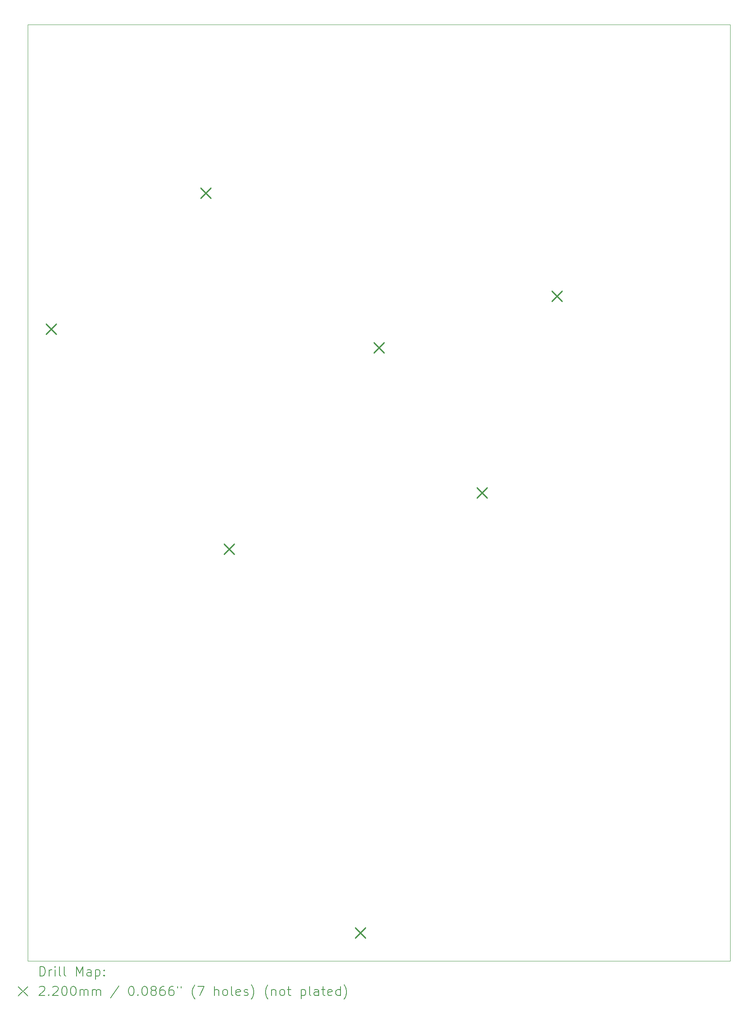
<source format=gbr>
%TF.GenerationSoftware,KiCad,Pcbnew,8.0.3-8.0.3-0~ubuntu22.04.1*%
%TF.CreationDate,2024-07-10T15:47:34+03:00*%
%TF.ProjectId,supply-uv,73757070-6c79-42d7-9576-2e6b69636164,rev?*%
%TF.SameCoordinates,Original*%
%TF.FileFunction,Drillmap*%
%TF.FilePolarity,Positive*%
%FSLAX45Y45*%
G04 Gerber Fmt 4.5, Leading zero omitted, Abs format (unit mm)*
G04 Created by KiCad (PCBNEW 8.0.3-8.0.3-0~ubuntu22.04.1) date 2024-07-10 15:47:34*
%MOMM*%
%LPD*%
G01*
G04 APERTURE LIST*
%ADD10C,0.100000*%
%ADD11C,0.200000*%
%ADD12C,0.220000*%
G04 APERTURE END LIST*
D10*
X3010000Y-5100000D02*
X18010000Y-5100000D01*
X18010000Y-25100000D01*
X3010000Y-25100000D01*
X3010000Y-5100000D01*
D11*
D12*
X3400000Y-11490000D02*
X3620000Y-11710000D01*
X3620000Y-11490000D02*
X3400000Y-11710000D01*
X6700000Y-8590000D02*
X6920000Y-8810000D01*
X6920000Y-8590000D02*
X6700000Y-8810000D01*
X7200000Y-16190000D02*
X7420000Y-16410000D01*
X7420000Y-16190000D02*
X7200000Y-16410000D01*
X10000000Y-24390000D02*
X10220000Y-24610000D01*
X10220000Y-24390000D02*
X10000000Y-24610000D01*
X10400000Y-11890000D02*
X10620000Y-12110000D01*
X10620000Y-11890000D02*
X10400000Y-12110000D01*
X12600000Y-14990000D02*
X12820000Y-15210000D01*
X12820000Y-14990000D02*
X12600000Y-15210000D01*
X14200000Y-10790000D02*
X14420000Y-11010000D01*
X14420000Y-10790000D02*
X14200000Y-11010000D01*
D11*
X3265777Y-25416484D02*
X3265777Y-25216484D01*
X3265777Y-25216484D02*
X3313396Y-25216484D01*
X3313396Y-25216484D02*
X3341967Y-25226008D01*
X3341967Y-25226008D02*
X3361015Y-25245055D01*
X3361015Y-25245055D02*
X3370539Y-25264103D01*
X3370539Y-25264103D02*
X3380062Y-25302198D01*
X3380062Y-25302198D02*
X3380062Y-25330769D01*
X3380062Y-25330769D02*
X3370539Y-25368865D01*
X3370539Y-25368865D02*
X3361015Y-25387912D01*
X3361015Y-25387912D02*
X3341967Y-25406960D01*
X3341967Y-25406960D02*
X3313396Y-25416484D01*
X3313396Y-25416484D02*
X3265777Y-25416484D01*
X3465777Y-25416484D02*
X3465777Y-25283150D01*
X3465777Y-25321246D02*
X3475301Y-25302198D01*
X3475301Y-25302198D02*
X3484824Y-25292674D01*
X3484824Y-25292674D02*
X3503872Y-25283150D01*
X3503872Y-25283150D02*
X3522920Y-25283150D01*
X3589586Y-25416484D02*
X3589586Y-25283150D01*
X3589586Y-25216484D02*
X3580062Y-25226008D01*
X3580062Y-25226008D02*
X3589586Y-25235531D01*
X3589586Y-25235531D02*
X3599110Y-25226008D01*
X3599110Y-25226008D02*
X3589586Y-25216484D01*
X3589586Y-25216484D02*
X3589586Y-25235531D01*
X3713396Y-25416484D02*
X3694348Y-25406960D01*
X3694348Y-25406960D02*
X3684824Y-25387912D01*
X3684824Y-25387912D02*
X3684824Y-25216484D01*
X3818158Y-25416484D02*
X3799110Y-25406960D01*
X3799110Y-25406960D02*
X3789586Y-25387912D01*
X3789586Y-25387912D02*
X3789586Y-25216484D01*
X4046729Y-25416484D02*
X4046729Y-25216484D01*
X4046729Y-25216484D02*
X4113396Y-25359341D01*
X4113396Y-25359341D02*
X4180062Y-25216484D01*
X4180062Y-25216484D02*
X4180062Y-25416484D01*
X4361015Y-25416484D02*
X4361015Y-25311722D01*
X4361015Y-25311722D02*
X4351491Y-25292674D01*
X4351491Y-25292674D02*
X4332444Y-25283150D01*
X4332444Y-25283150D02*
X4294348Y-25283150D01*
X4294348Y-25283150D02*
X4275301Y-25292674D01*
X4361015Y-25406960D02*
X4341967Y-25416484D01*
X4341967Y-25416484D02*
X4294348Y-25416484D01*
X4294348Y-25416484D02*
X4275301Y-25406960D01*
X4275301Y-25406960D02*
X4265777Y-25387912D01*
X4265777Y-25387912D02*
X4265777Y-25368865D01*
X4265777Y-25368865D02*
X4275301Y-25349817D01*
X4275301Y-25349817D02*
X4294348Y-25340293D01*
X4294348Y-25340293D02*
X4341967Y-25340293D01*
X4341967Y-25340293D02*
X4361015Y-25330769D01*
X4456253Y-25283150D02*
X4456253Y-25483150D01*
X4456253Y-25292674D02*
X4475301Y-25283150D01*
X4475301Y-25283150D02*
X4513396Y-25283150D01*
X4513396Y-25283150D02*
X4532444Y-25292674D01*
X4532444Y-25292674D02*
X4541967Y-25302198D01*
X4541967Y-25302198D02*
X4551491Y-25321246D01*
X4551491Y-25321246D02*
X4551491Y-25378388D01*
X4551491Y-25378388D02*
X4541967Y-25397436D01*
X4541967Y-25397436D02*
X4532444Y-25406960D01*
X4532444Y-25406960D02*
X4513396Y-25416484D01*
X4513396Y-25416484D02*
X4475301Y-25416484D01*
X4475301Y-25416484D02*
X4456253Y-25406960D01*
X4637205Y-25397436D02*
X4646729Y-25406960D01*
X4646729Y-25406960D02*
X4637205Y-25416484D01*
X4637205Y-25416484D02*
X4627682Y-25406960D01*
X4627682Y-25406960D02*
X4637205Y-25397436D01*
X4637205Y-25397436D02*
X4637205Y-25416484D01*
X4637205Y-25292674D02*
X4646729Y-25302198D01*
X4646729Y-25302198D02*
X4637205Y-25311722D01*
X4637205Y-25311722D02*
X4627682Y-25302198D01*
X4627682Y-25302198D02*
X4637205Y-25292674D01*
X4637205Y-25292674D02*
X4637205Y-25311722D01*
X2805000Y-25645000D02*
X3005000Y-25845000D01*
X3005000Y-25645000D02*
X2805000Y-25845000D01*
X3256253Y-25655531D02*
X3265777Y-25646008D01*
X3265777Y-25646008D02*
X3284824Y-25636484D01*
X3284824Y-25636484D02*
X3332443Y-25636484D01*
X3332443Y-25636484D02*
X3351491Y-25646008D01*
X3351491Y-25646008D02*
X3361015Y-25655531D01*
X3361015Y-25655531D02*
X3370539Y-25674579D01*
X3370539Y-25674579D02*
X3370539Y-25693627D01*
X3370539Y-25693627D02*
X3361015Y-25722198D01*
X3361015Y-25722198D02*
X3246729Y-25836484D01*
X3246729Y-25836484D02*
X3370539Y-25836484D01*
X3456253Y-25817436D02*
X3465777Y-25826960D01*
X3465777Y-25826960D02*
X3456253Y-25836484D01*
X3456253Y-25836484D02*
X3446729Y-25826960D01*
X3446729Y-25826960D02*
X3456253Y-25817436D01*
X3456253Y-25817436D02*
X3456253Y-25836484D01*
X3541967Y-25655531D02*
X3551491Y-25646008D01*
X3551491Y-25646008D02*
X3570539Y-25636484D01*
X3570539Y-25636484D02*
X3618158Y-25636484D01*
X3618158Y-25636484D02*
X3637205Y-25646008D01*
X3637205Y-25646008D02*
X3646729Y-25655531D01*
X3646729Y-25655531D02*
X3656253Y-25674579D01*
X3656253Y-25674579D02*
X3656253Y-25693627D01*
X3656253Y-25693627D02*
X3646729Y-25722198D01*
X3646729Y-25722198D02*
X3532443Y-25836484D01*
X3532443Y-25836484D02*
X3656253Y-25836484D01*
X3780062Y-25636484D02*
X3799110Y-25636484D01*
X3799110Y-25636484D02*
X3818158Y-25646008D01*
X3818158Y-25646008D02*
X3827682Y-25655531D01*
X3827682Y-25655531D02*
X3837205Y-25674579D01*
X3837205Y-25674579D02*
X3846729Y-25712674D01*
X3846729Y-25712674D02*
X3846729Y-25760293D01*
X3846729Y-25760293D02*
X3837205Y-25798388D01*
X3837205Y-25798388D02*
X3827682Y-25817436D01*
X3827682Y-25817436D02*
X3818158Y-25826960D01*
X3818158Y-25826960D02*
X3799110Y-25836484D01*
X3799110Y-25836484D02*
X3780062Y-25836484D01*
X3780062Y-25836484D02*
X3761015Y-25826960D01*
X3761015Y-25826960D02*
X3751491Y-25817436D01*
X3751491Y-25817436D02*
X3741967Y-25798388D01*
X3741967Y-25798388D02*
X3732443Y-25760293D01*
X3732443Y-25760293D02*
X3732443Y-25712674D01*
X3732443Y-25712674D02*
X3741967Y-25674579D01*
X3741967Y-25674579D02*
X3751491Y-25655531D01*
X3751491Y-25655531D02*
X3761015Y-25646008D01*
X3761015Y-25646008D02*
X3780062Y-25636484D01*
X3970539Y-25636484D02*
X3989586Y-25636484D01*
X3989586Y-25636484D02*
X4008634Y-25646008D01*
X4008634Y-25646008D02*
X4018158Y-25655531D01*
X4018158Y-25655531D02*
X4027682Y-25674579D01*
X4027682Y-25674579D02*
X4037205Y-25712674D01*
X4037205Y-25712674D02*
X4037205Y-25760293D01*
X4037205Y-25760293D02*
X4027682Y-25798388D01*
X4027682Y-25798388D02*
X4018158Y-25817436D01*
X4018158Y-25817436D02*
X4008634Y-25826960D01*
X4008634Y-25826960D02*
X3989586Y-25836484D01*
X3989586Y-25836484D02*
X3970539Y-25836484D01*
X3970539Y-25836484D02*
X3951491Y-25826960D01*
X3951491Y-25826960D02*
X3941967Y-25817436D01*
X3941967Y-25817436D02*
X3932443Y-25798388D01*
X3932443Y-25798388D02*
X3922920Y-25760293D01*
X3922920Y-25760293D02*
X3922920Y-25712674D01*
X3922920Y-25712674D02*
X3932443Y-25674579D01*
X3932443Y-25674579D02*
X3941967Y-25655531D01*
X3941967Y-25655531D02*
X3951491Y-25646008D01*
X3951491Y-25646008D02*
X3970539Y-25636484D01*
X4122920Y-25836484D02*
X4122920Y-25703150D01*
X4122920Y-25722198D02*
X4132443Y-25712674D01*
X4132443Y-25712674D02*
X4151491Y-25703150D01*
X4151491Y-25703150D02*
X4180063Y-25703150D01*
X4180063Y-25703150D02*
X4199110Y-25712674D01*
X4199110Y-25712674D02*
X4208634Y-25731722D01*
X4208634Y-25731722D02*
X4208634Y-25836484D01*
X4208634Y-25731722D02*
X4218158Y-25712674D01*
X4218158Y-25712674D02*
X4237205Y-25703150D01*
X4237205Y-25703150D02*
X4265777Y-25703150D01*
X4265777Y-25703150D02*
X4284825Y-25712674D01*
X4284825Y-25712674D02*
X4294348Y-25731722D01*
X4294348Y-25731722D02*
X4294348Y-25836484D01*
X4389586Y-25836484D02*
X4389586Y-25703150D01*
X4389586Y-25722198D02*
X4399110Y-25712674D01*
X4399110Y-25712674D02*
X4418158Y-25703150D01*
X4418158Y-25703150D02*
X4446729Y-25703150D01*
X4446729Y-25703150D02*
X4465777Y-25712674D01*
X4465777Y-25712674D02*
X4475301Y-25731722D01*
X4475301Y-25731722D02*
X4475301Y-25836484D01*
X4475301Y-25731722D02*
X4484825Y-25712674D01*
X4484825Y-25712674D02*
X4503872Y-25703150D01*
X4503872Y-25703150D02*
X4532444Y-25703150D01*
X4532444Y-25703150D02*
X4551491Y-25712674D01*
X4551491Y-25712674D02*
X4561015Y-25731722D01*
X4561015Y-25731722D02*
X4561015Y-25836484D01*
X4951491Y-25626960D02*
X4780063Y-25884103D01*
X5208634Y-25636484D02*
X5227682Y-25636484D01*
X5227682Y-25636484D02*
X5246729Y-25646008D01*
X5246729Y-25646008D02*
X5256253Y-25655531D01*
X5256253Y-25655531D02*
X5265777Y-25674579D01*
X5265777Y-25674579D02*
X5275301Y-25712674D01*
X5275301Y-25712674D02*
X5275301Y-25760293D01*
X5275301Y-25760293D02*
X5265777Y-25798388D01*
X5265777Y-25798388D02*
X5256253Y-25817436D01*
X5256253Y-25817436D02*
X5246729Y-25826960D01*
X5246729Y-25826960D02*
X5227682Y-25836484D01*
X5227682Y-25836484D02*
X5208634Y-25836484D01*
X5208634Y-25836484D02*
X5189587Y-25826960D01*
X5189587Y-25826960D02*
X5180063Y-25817436D01*
X5180063Y-25817436D02*
X5170539Y-25798388D01*
X5170539Y-25798388D02*
X5161015Y-25760293D01*
X5161015Y-25760293D02*
X5161015Y-25712674D01*
X5161015Y-25712674D02*
X5170539Y-25674579D01*
X5170539Y-25674579D02*
X5180063Y-25655531D01*
X5180063Y-25655531D02*
X5189587Y-25646008D01*
X5189587Y-25646008D02*
X5208634Y-25636484D01*
X5361015Y-25817436D02*
X5370539Y-25826960D01*
X5370539Y-25826960D02*
X5361015Y-25836484D01*
X5361015Y-25836484D02*
X5351491Y-25826960D01*
X5351491Y-25826960D02*
X5361015Y-25817436D01*
X5361015Y-25817436D02*
X5361015Y-25836484D01*
X5494348Y-25636484D02*
X5513396Y-25636484D01*
X5513396Y-25636484D02*
X5532444Y-25646008D01*
X5532444Y-25646008D02*
X5541968Y-25655531D01*
X5541968Y-25655531D02*
X5551491Y-25674579D01*
X5551491Y-25674579D02*
X5561015Y-25712674D01*
X5561015Y-25712674D02*
X5561015Y-25760293D01*
X5561015Y-25760293D02*
X5551491Y-25798388D01*
X5551491Y-25798388D02*
X5541968Y-25817436D01*
X5541968Y-25817436D02*
X5532444Y-25826960D01*
X5532444Y-25826960D02*
X5513396Y-25836484D01*
X5513396Y-25836484D02*
X5494348Y-25836484D01*
X5494348Y-25836484D02*
X5475301Y-25826960D01*
X5475301Y-25826960D02*
X5465777Y-25817436D01*
X5465777Y-25817436D02*
X5456253Y-25798388D01*
X5456253Y-25798388D02*
X5446729Y-25760293D01*
X5446729Y-25760293D02*
X5446729Y-25712674D01*
X5446729Y-25712674D02*
X5456253Y-25674579D01*
X5456253Y-25674579D02*
X5465777Y-25655531D01*
X5465777Y-25655531D02*
X5475301Y-25646008D01*
X5475301Y-25646008D02*
X5494348Y-25636484D01*
X5675301Y-25722198D02*
X5656253Y-25712674D01*
X5656253Y-25712674D02*
X5646729Y-25703150D01*
X5646729Y-25703150D02*
X5637206Y-25684103D01*
X5637206Y-25684103D02*
X5637206Y-25674579D01*
X5637206Y-25674579D02*
X5646729Y-25655531D01*
X5646729Y-25655531D02*
X5656253Y-25646008D01*
X5656253Y-25646008D02*
X5675301Y-25636484D01*
X5675301Y-25636484D02*
X5713396Y-25636484D01*
X5713396Y-25636484D02*
X5732444Y-25646008D01*
X5732444Y-25646008D02*
X5741967Y-25655531D01*
X5741967Y-25655531D02*
X5751491Y-25674579D01*
X5751491Y-25674579D02*
X5751491Y-25684103D01*
X5751491Y-25684103D02*
X5741967Y-25703150D01*
X5741967Y-25703150D02*
X5732444Y-25712674D01*
X5732444Y-25712674D02*
X5713396Y-25722198D01*
X5713396Y-25722198D02*
X5675301Y-25722198D01*
X5675301Y-25722198D02*
X5656253Y-25731722D01*
X5656253Y-25731722D02*
X5646729Y-25741246D01*
X5646729Y-25741246D02*
X5637206Y-25760293D01*
X5637206Y-25760293D02*
X5637206Y-25798388D01*
X5637206Y-25798388D02*
X5646729Y-25817436D01*
X5646729Y-25817436D02*
X5656253Y-25826960D01*
X5656253Y-25826960D02*
X5675301Y-25836484D01*
X5675301Y-25836484D02*
X5713396Y-25836484D01*
X5713396Y-25836484D02*
X5732444Y-25826960D01*
X5732444Y-25826960D02*
X5741967Y-25817436D01*
X5741967Y-25817436D02*
X5751491Y-25798388D01*
X5751491Y-25798388D02*
X5751491Y-25760293D01*
X5751491Y-25760293D02*
X5741967Y-25741246D01*
X5741967Y-25741246D02*
X5732444Y-25731722D01*
X5732444Y-25731722D02*
X5713396Y-25722198D01*
X5922920Y-25636484D02*
X5884825Y-25636484D01*
X5884825Y-25636484D02*
X5865777Y-25646008D01*
X5865777Y-25646008D02*
X5856253Y-25655531D01*
X5856253Y-25655531D02*
X5837206Y-25684103D01*
X5837206Y-25684103D02*
X5827682Y-25722198D01*
X5827682Y-25722198D02*
X5827682Y-25798388D01*
X5827682Y-25798388D02*
X5837206Y-25817436D01*
X5837206Y-25817436D02*
X5846729Y-25826960D01*
X5846729Y-25826960D02*
X5865777Y-25836484D01*
X5865777Y-25836484D02*
X5903872Y-25836484D01*
X5903872Y-25836484D02*
X5922920Y-25826960D01*
X5922920Y-25826960D02*
X5932444Y-25817436D01*
X5932444Y-25817436D02*
X5941967Y-25798388D01*
X5941967Y-25798388D02*
X5941967Y-25750769D01*
X5941967Y-25750769D02*
X5932444Y-25731722D01*
X5932444Y-25731722D02*
X5922920Y-25722198D01*
X5922920Y-25722198D02*
X5903872Y-25712674D01*
X5903872Y-25712674D02*
X5865777Y-25712674D01*
X5865777Y-25712674D02*
X5846729Y-25722198D01*
X5846729Y-25722198D02*
X5837206Y-25731722D01*
X5837206Y-25731722D02*
X5827682Y-25750769D01*
X6113396Y-25636484D02*
X6075301Y-25636484D01*
X6075301Y-25636484D02*
X6056253Y-25646008D01*
X6056253Y-25646008D02*
X6046729Y-25655531D01*
X6046729Y-25655531D02*
X6027682Y-25684103D01*
X6027682Y-25684103D02*
X6018158Y-25722198D01*
X6018158Y-25722198D02*
X6018158Y-25798388D01*
X6018158Y-25798388D02*
X6027682Y-25817436D01*
X6027682Y-25817436D02*
X6037206Y-25826960D01*
X6037206Y-25826960D02*
X6056253Y-25836484D01*
X6056253Y-25836484D02*
X6094348Y-25836484D01*
X6094348Y-25836484D02*
X6113396Y-25826960D01*
X6113396Y-25826960D02*
X6122920Y-25817436D01*
X6122920Y-25817436D02*
X6132444Y-25798388D01*
X6132444Y-25798388D02*
X6132444Y-25750769D01*
X6132444Y-25750769D02*
X6122920Y-25731722D01*
X6122920Y-25731722D02*
X6113396Y-25722198D01*
X6113396Y-25722198D02*
X6094348Y-25712674D01*
X6094348Y-25712674D02*
X6056253Y-25712674D01*
X6056253Y-25712674D02*
X6037206Y-25722198D01*
X6037206Y-25722198D02*
X6027682Y-25731722D01*
X6027682Y-25731722D02*
X6018158Y-25750769D01*
X6208634Y-25636484D02*
X6208634Y-25674579D01*
X6284825Y-25636484D02*
X6284825Y-25674579D01*
X6580063Y-25912674D02*
X6570539Y-25903150D01*
X6570539Y-25903150D02*
X6551491Y-25874579D01*
X6551491Y-25874579D02*
X6541968Y-25855531D01*
X6541968Y-25855531D02*
X6532444Y-25826960D01*
X6532444Y-25826960D02*
X6522920Y-25779341D01*
X6522920Y-25779341D02*
X6522920Y-25741246D01*
X6522920Y-25741246D02*
X6532444Y-25693627D01*
X6532444Y-25693627D02*
X6541968Y-25665055D01*
X6541968Y-25665055D02*
X6551491Y-25646008D01*
X6551491Y-25646008D02*
X6570539Y-25617436D01*
X6570539Y-25617436D02*
X6580063Y-25607912D01*
X6637206Y-25636484D02*
X6770539Y-25636484D01*
X6770539Y-25636484D02*
X6684825Y-25836484D01*
X6999110Y-25836484D02*
X6999110Y-25636484D01*
X7084825Y-25836484D02*
X7084825Y-25731722D01*
X7084825Y-25731722D02*
X7075301Y-25712674D01*
X7075301Y-25712674D02*
X7056253Y-25703150D01*
X7056253Y-25703150D02*
X7027682Y-25703150D01*
X7027682Y-25703150D02*
X7008634Y-25712674D01*
X7008634Y-25712674D02*
X6999110Y-25722198D01*
X7208634Y-25836484D02*
X7189587Y-25826960D01*
X7189587Y-25826960D02*
X7180063Y-25817436D01*
X7180063Y-25817436D02*
X7170539Y-25798388D01*
X7170539Y-25798388D02*
X7170539Y-25741246D01*
X7170539Y-25741246D02*
X7180063Y-25722198D01*
X7180063Y-25722198D02*
X7189587Y-25712674D01*
X7189587Y-25712674D02*
X7208634Y-25703150D01*
X7208634Y-25703150D02*
X7237206Y-25703150D01*
X7237206Y-25703150D02*
X7256253Y-25712674D01*
X7256253Y-25712674D02*
X7265777Y-25722198D01*
X7265777Y-25722198D02*
X7275301Y-25741246D01*
X7275301Y-25741246D02*
X7275301Y-25798388D01*
X7275301Y-25798388D02*
X7265777Y-25817436D01*
X7265777Y-25817436D02*
X7256253Y-25826960D01*
X7256253Y-25826960D02*
X7237206Y-25836484D01*
X7237206Y-25836484D02*
X7208634Y-25836484D01*
X7389587Y-25836484D02*
X7370539Y-25826960D01*
X7370539Y-25826960D02*
X7361015Y-25807912D01*
X7361015Y-25807912D02*
X7361015Y-25636484D01*
X7541968Y-25826960D02*
X7522920Y-25836484D01*
X7522920Y-25836484D02*
X7484825Y-25836484D01*
X7484825Y-25836484D02*
X7465777Y-25826960D01*
X7465777Y-25826960D02*
X7456253Y-25807912D01*
X7456253Y-25807912D02*
X7456253Y-25731722D01*
X7456253Y-25731722D02*
X7465777Y-25712674D01*
X7465777Y-25712674D02*
X7484825Y-25703150D01*
X7484825Y-25703150D02*
X7522920Y-25703150D01*
X7522920Y-25703150D02*
X7541968Y-25712674D01*
X7541968Y-25712674D02*
X7551491Y-25731722D01*
X7551491Y-25731722D02*
X7551491Y-25750769D01*
X7551491Y-25750769D02*
X7456253Y-25769817D01*
X7627682Y-25826960D02*
X7646730Y-25836484D01*
X7646730Y-25836484D02*
X7684825Y-25836484D01*
X7684825Y-25836484D02*
X7703872Y-25826960D01*
X7703872Y-25826960D02*
X7713396Y-25807912D01*
X7713396Y-25807912D02*
X7713396Y-25798388D01*
X7713396Y-25798388D02*
X7703872Y-25779341D01*
X7703872Y-25779341D02*
X7684825Y-25769817D01*
X7684825Y-25769817D02*
X7656253Y-25769817D01*
X7656253Y-25769817D02*
X7637206Y-25760293D01*
X7637206Y-25760293D02*
X7627682Y-25741246D01*
X7627682Y-25741246D02*
X7627682Y-25731722D01*
X7627682Y-25731722D02*
X7637206Y-25712674D01*
X7637206Y-25712674D02*
X7656253Y-25703150D01*
X7656253Y-25703150D02*
X7684825Y-25703150D01*
X7684825Y-25703150D02*
X7703872Y-25712674D01*
X7780063Y-25912674D02*
X7789587Y-25903150D01*
X7789587Y-25903150D02*
X7808634Y-25874579D01*
X7808634Y-25874579D02*
X7818158Y-25855531D01*
X7818158Y-25855531D02*
X7827682Y-25826960D01*
X7827682Y-25826960D02*
X7837206Y-25779341D01*
X7837206Y-25779341D02*
X7837206Y-25741246D01*
X7837206Y-25741246D02*
X7827682Y-25693627D01*
X7827682Y-25693627D02*
X7818158Y-25665055D01*
X7818158Y-25665055D02*
X7808634Y-25646008D01*
X7808634Y-25646008D02*
X7789587Y-25617436D01*
X7789587Y-25617436D02*
X7780063Y-25607912D01*
X8141968Y-25912674D02*
X8132444Y-25903150D01*
X8132444Y-25903150D02*
X8113396Y-25874579D01*
X8113396Y-25874579D02*
X8103872Y-25855531D01*
X8103872Y-25855531D02*
X8094349Y-25826960D01*
X8094349Y-25826960D02*
X8084825Y-25779341D01*
X8084825Y-25779341D02*
X8084825Y-25741246D01*
X8084825Y-25741246D02*
X8094349Y-25693627D01*
X8094349Y-25693627D02*
X8103872Y-25665055D01*
X8103872Y-25665055D02*
X8113396Y-25646008D01*
X8113396Y-25646008D02*
X8132444Y-25617436D01*
X8132444Y-25617436D02*
X8141968Y-25607912D01*
X8218158Y-25703150D02*
X8218158Y-25836484D01*
X8218158Y-25722198D02*
X8227682Y-25712674D01*
X8227682Y-25712674D02*
X8246730Y-25703150D01*
X8246730Y-25703150D02*
X8275301Y-25703150D01*
X8275301Y-25703150D02*
X8294349Y-25712674D01*
X8294349Y-25712674D02*
X8303872Y-25731722D01*
X8303872Y-25731722D02*
X8303872Y-25836484D01*
X8427682Y-25836484D02*
X8408634Y-25826960D01*
X8408634Y-25826960D02*
X8399111Y-25817436D01*
X8399111Y-25817436D02*
X8389587Y-25798388D01*
X8389587Y-25798388D02*
X8389587Y-25741246D01*
X8389587Y-25741246D02*
X8399111Y-25722198D01*
X8399111Y-25722198D02*
X8408634Y-25712674D01*
X8408634Y-25712674D02*
X8427682Y-25703150D01*
X8427682Y-25703150D02*
X8456254Y-25703150D01*
X8456254Y-25703150D02*
X8475301Y-25712674D01*
X8475301Y-25712674D02*
X8484825Y-25722198D01*
X8484825Y-25722198D02*
X8494349Y-25741246D01*
X8494349Y-25741246D02*
X8494349Y-25798388D01*
X8494349Y-25798388D02*
X8484825Y-25817436D01*
X8484825Y-25817436D02*
X8475301Y-25826960D01*
X8475301Y-25826960D02*
X8456254Y-25836484D01*
X8456254Y-25836484D02*
X8427682Y-25836484D01*
X8551492Y-25703150D02*
X8627682Y-25703150D01*
X8580063Y-25636484D02*
X8580063Y-25807912D01*
X8580063Y-25807912D02*
X8589587Y-25826960D01*
X8589587Y-25826960D02*
X8608634Y-25836484D01*
X8608634Y-25836484D02*
X8627682Y-25836484D01*
X8846730Y-25703150D02*
X8846730Y-25903150D01*
X8846730Y-25712674D02*
X8865777Y-25703150D01*
X8865777Y-25703150D02*
X8903873Y-25703150D01*
X8903873Y-25703150D02*
X8922920Y-25712674D01*
X8922920Y-25712674D02*
X8932444Y-25722198D01*
X8932444Y-25722198D02*
X8941968Y-25741246D01*
X8941968Y-25741246D02*
X8941968Y-25798388D01*
X8941968Y-25798388D02*
X8932444Y-25817436D01*
X8932444Y-25817436D02*
X8922920Y-25826960D01*
X8922920Y-25826960D02*
X8903873Y-25836484D01*
X8903873Y-25836484D02*
X8865777Y-25836484D01*
X8865777Y-25836484D02*
X8846730Y-25826960D01*
X9056254Y-25836484D02*
X9037206Y-25826960D01*
X9037206Y-25826960D02*
X9027682Y-25807912D01*
X9027682Y-25807912D02*
X9027682Y-25636484D01*
X9218158Y-25836484D02*
X9218158Y-25731722D01*
X9218158Y-25731722D02*
X9208635Y-25712674D01*
X9208635Y-25712674D02*
X9189587Y-25703150D01*
X9189587Y-25703150D02*
X9151492Y-25703150D01*
X9151492Y-25703150D02*
X9132444Y-25712674D01*
X9218158Y-25826960D02*
X9199111Y-25836484D01*
X9199111Y-25836484D02*
X9151492Y-25836484D01*
X9151492Y-25836484D02*
X9132444Y-25826960D01*
X9132444Y-25826960D02*
X9122920Y-25807912D01*
X9122920Y-25807912D02*
X9122920Y-25788865D01*
X9122920Y-25788865D02*
X9132444Y-25769817D01*
X9132444Y-25769817D02*
X9151492Y-25760293D01*
X9151492Y-25760293D02*
X9199111Y-25760293D01*
X9199111Y-25760293D02*
X9218158Y-25750769D01*
X9284825Y-25703150D02*
X9361015Y-25703150D01*
X9313396Y-25636484D02*
X9313396Y-25807912D01*
X9313396Y-25807912D02*
X9322920Y-25826960D01*
X9322920Y-25826960D02*
X9341968Y-25836484D01*
X9341968Y-25836484D02*
X9361015Y-25836484D01*
X9503873Y-25826960D02*
X9484825Y-25836484D01*
X9484825Y-25836484D02*
X9446730Y-25836484D01*
X9446730Y-25836484D02*
X9427682Y-25826960D01*
X9427682Y-25826960D02*
X9418158Y-25807912D01*
X9418158Y-25807912D02*
X9418158Y-25731722D01*
X9418158Y-25731722D02*
X9427682Y-25712674D01*
X9427682Y-25712674D02*
X9446730Y-25703150D01*
X9446730Y-25703150D02*
X9484825Y-25703150D01*
X9484825Y-25703150D02*
X9503873Y-25712674D01*
X9503873Y-25712674D02*
X9513396Y-25731722D01*
X9513396Y-25731722D02*
X9513396Y-25750769D01*
X9513396Y-25750769D02*
X9418158Y-25769817D01*
X9684825Y-25836484D02*
X9684825Y-25636484D01*
X9684825Y-25826960D02*
X9665777Y-25836484D01*
X9665777Y-25836484D02*
X9627682Y-25836484D01*
X9627682Y-25836484D02*
X9608635Y-25826960D01*
X9608635Y-25826960D02*
X9599111Y-25817436D01*
X9599111Y-25817436D02*
X9589587Y-25798388D01*
X9589587Y-25798388D02*
X9589587Y-25741246D01*
X9589587Y-25741246D02*
X9599111Y-25722198D01*
X9599111Y-25722198D02*
X9608635Y-25712674D01*
X9608635Y-25712674D02*
X9627682Y-25703150D01*
X9627682Y-25703150D02*
X9665777Y-25703150D01*
X9665777Y-25703150D02*
X9684825Y-25712674D01*
X9761016Y-25912674D02*
X9770539Y-25903150D01*
X9770539Y-25903150D02*
X9789587Y-25874579D01*
X9789587Y-25874579D02*
X9799111Y-25855531D01*
X9799111Y-25855531D02*
X9808635Y-25826960D01*
X9808635Y-25826960D02*
X9818158Y-25779341D01*
X9818158Y-25779341D02*
X9818158Y-25741246D01*
X9818158Y-25741246D02*
X9808635Y-25693627D01*
X9808635Y-25693627D02*
X9799111Y-25665055D01*
X9799111Y-25665055D02*
X9789587Y-25646008D01*
X9789587Y-25646008D02*
X9770539Y-25617436D01*
X9770539Y-25617436D02*
X9761016Y-25607912D01*
M02*

</source>
